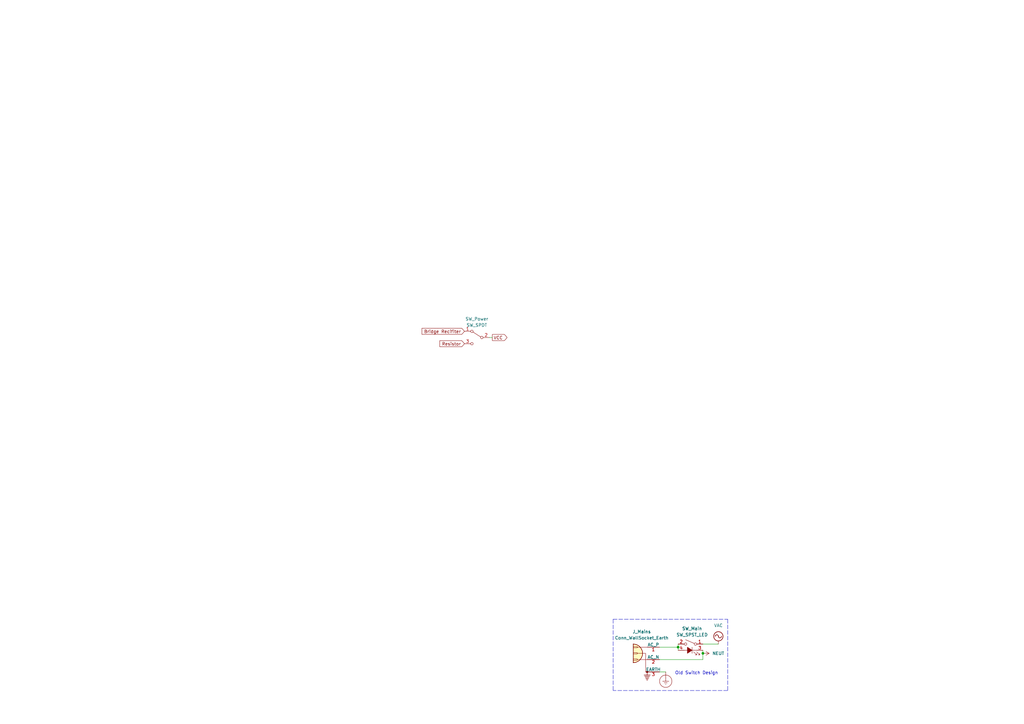
<source format=kicad_sch>
(kicad_sch (version 20211123) (generator eeschema)
  (paper "A3")
  (title_block (title "Main Power Switch with Red LED") (date "2022-09-12") (rev "1") (company "George Mason University"))
  (lib_symbols
    (symbol "Connector:Conn_WallSocket_Earth" (pin_names (offset 0))
      (property "Reference" "J" (at 3.81 6.985 0))
      (property "Value" "Conn_WallSocket_Earth" (at 7.62 2.54 90))
      (symbol "Conn_WallSocket_Earth_0_1"
        (circle (center 0 -5.08) (radius 0.3556) (fill (type outline)))
        (polyline (pts (xy -1.27 -6.35) (xy 1.27 -6.35)) (stroke (width 0.2032)))
        (polyline (pts (xy 0 -5.08) (xy 0 -6.35)) (stroke (width 0.2032)))
        (polyline (pts (xy 0.254 -8.382) (xy -0.254 -8.382)) (stroke (width 0.2032)))
        (polyline (pts (xy 0.508 -7.874) (xy -0.508 -7.874)) (stroke (width 0.2032)))
        (polyline (pts (xy 0.762 -7.366) (xy -0.762 -7.366)) (stroke (width 0.2032)))
        (polyline (pts (xy 1.016 -6.858) (xy -1.016 -6.858)) (stroke (width 0.2032)))
        (polyline (pts (xy 4.064 0) (xy 0 0)))
        (polyline (pts (xy 4.064 5.08) (xy 0 5.08)))
        (polyline (pts (xy 5.715 -1.27) (xy 5.715 6.35)) (stroke (width 0.254)))
        (polyline (pts (xy 0 -5.08) (xy 0.635 -5.08) (xy 0.635 2.54) (xy 4.064 2.54)))
        (rectangle (start 5.715 -0.254) (end 4.064 0.254))
        (rectangle (start 5.715 2.286) (end 4.064 2.794))
        (rectangle (start 5.715 4.826) (end 4.064 5.334))
        (arc (start 5.715 6.35) (mid 1.905 2.54) (end 5.715 -1.27) (stroke (width 0.254)) (fill (type background)))
      )
      (symbol "Conn_WallSocket_Earth_1_1"
        (pin power_in line (at -5.08 5.08 0) (length 5.08) (name "AC_P") (number "1"))
        (pin power_in line (at -5.08 0 0) (length 5.08) (name "AC_N") (number "2"))
        (pin passive line (at -5.08 -5.08 0) (length 5.08) (name "EARTH") (number "3"))
      )
    )
    (symbol "Switch:SW_SPDT" (pin_names (offset 0) hide)
      (property "Reference" "SW" (at 0 4.318 0))
      (property "Value" "SW_SPDT" (at 0 -5.08 0))
      (symbol "SW_SPDT_0_0"
        (circle (center -2.032 0) (radius 0.508))
        (circle (center 2.032 -2.54) (radius 0.508))
      )
      (symbol "SW_SPDT_0_1"
        (polyline (pts (xy -1.524 0.254) (xy 1.651 2.286)))
        (circle (center 2.032 2.54) (radius 0.508))
      )
      (symbol "SW_SPDT_1_1"
        (pin passive line (at 5.08 2.54 180) (length 2.54) (name "A") (number "1"))
        (pin passive line (at -5.08 0 0) (length 2.54) (name "B") (number "2"))
        (pin passive line (at 5.08 -2.54 180) (length 2.54) (name "C") (number "3"))
      )
    )
    (symbol "Switch:SW_SPST_LED" (pin_names (offset 1.016) hide)
      (property "Reference" "SW" (at 0.635 5.715 0))
      (property "Value" "SW_SPST_LED" (at 0 -3.175 0))
      (symbol "SW_SPST_LED_0_0"
        (polyline (pts (xy -3.81 -1.905) (xy -2.54 -0.635)))
        (polyline (pts (xy -2.54 -1.905) (xy -1.27 -0.635)))
        (polyline (pts (xy -2.54 0) (xy 2.54 0)))
        (polyline (pts (xy -0.635 1.27) (xy -0.635 -1.27)))
        (polyline (pts (xy -3.81 -1.27) (xy -3.81 -1.905) (xy -3.175 -1.905)))
        (polyline (pts (xy -2.54 -1.27) (xy -2.54 -1.905) (xy -1.905 -1.905)))
        (polyline (pts (xy -0.635 0) (xy 1.27 1.27) (xy 1.27 -1.27) (xy -0.635 0)) (fill (type outline)))
      )
      (symbol "SW_SPST_LED_0_1"
        (circle (center -2.032 2.54) (radius 0.508))
        (polyline (pts (xy -1.524 2.794) (xy 2.032 4.318)))
        (circle (center 2.032 2.54) (radius 0.508))
        (pin passive line (at -5.08 2.54 0) (length 2.54) (name "1") (number "1"))
        (pin passive line (at 5.08 2.54 180) (length 2.54) (name "2") (number "2"))
        (pin passive line (at -5.08 0 0) (length 2.54) (name "K") (number "3"))
        (pin passive line (at 5.08 0 180) (length 2.54) (name "A") (number "4"))
      )
    )
    (symbol "power:Earth_Protective" (power) (pin_names (offset 0))
      (symbol "Earth_Protective_0_1"
        (circle (center 0 -3.81) (radius 2.54))
        (polyline (pts (xy -0.635 -4.445) (xy 0.635 -4.445)))
        (polyline (pts (xy -0.127 -5.08) (xy 0.127 -5.08)))
        (polyline (pts (xy 0 -3.81) (xy 0 0)))
        (polyline (pts (xy 1.27 -3.81) (xy -1.27 -3.81)))
      )
      (symbol "Earth_Protective_1_1"
        (pin power_in line (at 0 0 270) (length 0) hide (name "Earth_Protective") (number "1"))
      )
    )
    (symbol "power:NEUT" (power) (pin_names (offset 0))
      (property "Value" "NEUT" (at 0 3.81 0))
      (symbol "NEUT_0_1"
        (polyline (pts (xy -0.762 1.27) (xy 0 2.54)))
        (polyline (pts (xy 0 0) (xy 0 2.54)))
        (polyline (pts (xy 0 2.54) (xy 0.762 1.27)))
      )
      (symbol "NEUT_1_1"
        (pin power_in line (at 0 0 90) (length 0) hide (name "NEUT") (number "1"))
      )
    )
    (symbol "power:VAC" (power) (pin_names (offset 0))
      (property "Value" "VAC" (at 0 6.35 0))
      (symbol "VAC_0_1"
        (polyline (pts (xy 0 0) (xy 0 1.27)))
        (arc (start 0 3.175) (mid -0.635 3.81) (end -1.27 3.175) (stroke (width 0.254)))
        (arc (start 0 3.175) (mid 0.635 2.54) (end 1.27 3.175) (stroke (width 0.254)))
        (circle (center 0 3.175) (radius 1.905) (stroke (width 0.254)))
      )
      (symbol "VAC_1_1"
        (pin power_in line (at 0 0 90) (length 0) hide (name "VAC") (number "1"))
      )
    )
  )
  (junction (at 288.29 267.97))
  (junction (at 278.13 265.43))
  (wire (pts (xy 288.29 270.51) (xy 288.29 267.97)))
  (wire (pts (xy 288.29 264.16) (xy 294.64 264.16)))
  (polyline (pts (xy 251.46 254) (xy 298.45 254)))
  (wire (pts (xy 288.29 267.97) (xy 288.29 266.7)))
  (wire (pts (xy 270.51 270.51) (xy 288.29 270.51)))
  (polyline (pts (xy 298.45 283.21) (xy 251.46 283.21)))
  (wire (pts (xy 278.13 265.43) (xy 278.13 266.7)))
  (polyline (pts (xy 251.46 254) (xy 251.46 283.21)))
  (polyline (pts (xy 298.45 254) (xy 298.45 283.21)))
  (wire (pts (xy 273.05 275.59) (xy 270.51 275.59)))
  (wire (pts (xy 270.51 265.43) (xy 278.13 265.43)))
  (wire (pts (xy 200.66 138.43) (xy 201.93 138.43)))
  (wire (pts (xy 278.13 264.16) (xy 278.13 265.43)))
  (text "Old Switch Design" (at 276.86 276.86 0) (effects (font (size 1.27 1.27)) (justify left bottom)))
  (global_label "VCC" (shape output) (at 201.93 138.43 0) (property "Intersheet References" "${INTERSHEET_REFS}" (effects hide)))
  (global_label "Bridge Recifiter" (shape input) (at 190.5 135.89 180) (property "Intersheet References" "${INTERSHEET_REFS}" (effects hide)))
  (global_label "Resistor" (shape input) (at 190.5 140.97 180) (property "Intersheet References" "${INTERSHEET_REFS}" (effects hide)))
  (symbol (lib_id "Switch:SW_SPST_LED") (at 283.21 266.7 0) (mirror y) (unit 1)
    (property "Reference" "SW_Main" (at 283.845 257.81 0))
    (property "Value" "SW_SPST_LED" (at 283.845 260.35 0))
  )
  (symbol (lib_id "power:VAC") (at 294.64 264.16 0) (unit 1)
    (property "Reference" "#PWR?" (effects hide))
    (property "Value" "VAC" (at 294.64 256.54 0))
  )
  (symbol (lib_id "Switch:SW_SPDT") (at 195.58 138.43 0) (mirror y) (unit 1)
    (property "Reference" "SW_Power" (at 195.58 130.81 0))
    (property "Value" "SW_SPDT" (at 195.58 133.35 0))
  )
  (symbol (lib_id "Connector:Conn_WallSocket_Earth") (at 265.43 270.51 0) (mirror y) (unit 1)
    (property "Reference" "J_Mains" (at 263.1948 259.08 0))
    (property "Value" "Conn_WallSocket_Earth" (at 263.1948 261.62 0))
  )
  (symbol (lib_id "power:Earth_Protective") (at 273.05 275.59 0) (unit 1)
    (property "Reference" "#PWR?" (effects hide))
    (property "Value" "Earth_Protective" (effects hide))
  )
  (symbol (lib_id "power:NEUT") (at 288.29 267.97 270) (unit 1)
    (property "Reference" "#PWR?" (effects hide))
    (property "Value" "NEUT" (at 292.1 267.9699 90) (effects (justify left)))
  )
)
</source>
